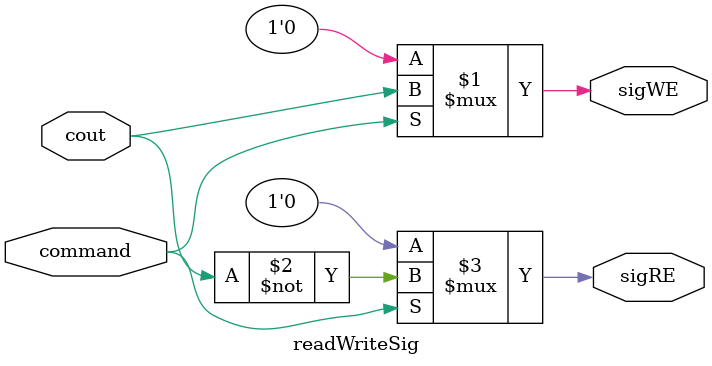
<source format=v>
module readWriteSig(sigWE, sigRE, cout,command);
output sigRE, sigWE;
input cout;
input command;
wire cout,command;
wire sigRE, sigWE;
	assign sigWE = (command) ? cout : 1'b0;
	assign sigRE = (command) ? ~cout : 1'b0;
endmodule
</source>
